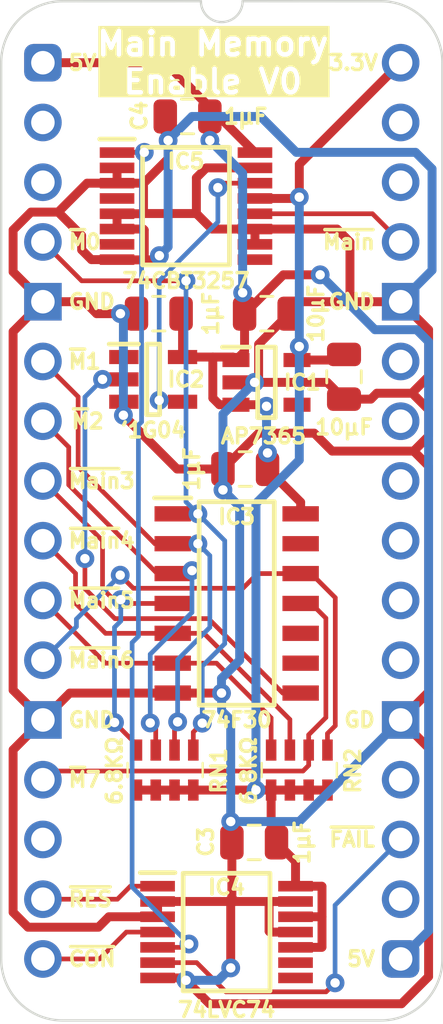
<source format=kicad_pcb>
(kicad_pcb (version 20240108) (generator "pcbnew") (generator_version "8.0")
  (title_block (title "Clock Hold Standard") (date "2024-02-16") (rev "V0"))
  (layers (0 "F.Cu" signal) (31 "B.Cu" signal) (34 "B.Paste" user) (35 "F.Paste" user) (36 "B.SilkS" user "B.Silkscreen") (37 "F.SilkS" user "F.Silkscreen") (38 "B.Mask" user) (39 "F.Mask" user) (44 "Edge.Cuts" user))
  (net 0 "")
  (net 2 "/~{Pre-Main Memory}")
  (net 9 "/Pre-Main Memory")
  (net 10 "~{Main}2")
  (net 11 "~{Main}1")
  (net 13 "~{Main}7")
  (net 14 "~{Main}0")
  (net 27 "~{Main}4")
  (net 28 "3.3V")
  (net 29 "GND")
  (net 30 "5V")
  (net 31 "~{Reset}")
  (net 32 "~{Contention}")
  (net 33 "~{Main}3")
  (net 34 "~{Main}6")
  (net 36 "~{Main}5")
  (net 37 "~{Set Contention}")
  (net 38 "/Contention")
  (net 39 "~{Main Memory}")
  (footprint "SamacSys_Parts:C_0805" (layer "F.Cu") (at 93.853 69.088 90)
    (property "Reference" "C1" (hide yes))
    (property "Value" "1μF" (at 0 2.204 90) (layer "F.SilkS") (effects (font (size 0.635 0.635))))
    (pad "1" smd roundrect (at 0 0.934 180) (size 1 1.45) (layers "F.Cu" "F.Paste" "F.Mask") (net 30 "5V"))
    (pad "2" smd roundrect (at 0 -0.966 180) (size 1 1.45) (layers "F.Cu" "F.Paste" "F.Mask") (net 29 "GND"))
  )
  (footprint "SamacSys_Parts:C_0805" (layer "F.Cu") (at 95.078 60.706 90)
    (property "Reference" "C4" (at 0.026999 -2.075 90) (layer "F.SilkS") (effects (font (size 0.635 0.635))))
    (property "Value" "1μF" (at 0 2.458 180) (layer "F.SilkS") (effects (font (size 0.635 0.635))))
    (pad "1" smd roundrect (at 0 0.934 180) (size 1 1.45) (layers "F.Cu" "F.Paste" "F.Mask") (net 30 "5V"))
    (pad "2" smd roundrect (at 0 -0.966 180) (size 1 1.45) (layers "F.Cu" "F.Paste" "F.Mask") (net 29 "GND"))
  )
  (footprint "SamacSys_Parts:CAY16-J4" (layer "F.Cu") (at 94.107 88.519 90)
    (property "Reference" "RN1" (at 0 2.286 90) (layer "F.SilkS") (effects (font (size 0.635 0.635))))
    (property "Value" "CAY16-682J4LF" (hide yes))
    (fp_text user "${Silkscreen}" (at 0 -2.159001 90) (layer "F.SilkS") (effects (font (size 0.635 0.635))))
    (pad "1" smd rect (at 0.879 1.2 180) (size 0.45 0.9) (layers "F.Cu" "F.Paste" "F.Mask") (net 14 "~{Main}0"))
    (pad "2" smd rect (at 0.879 0.4 180) (size 0.45 0.9) (layers "F.Cu" "F.Paste" "F.Mask") (net 11 "~{Main}1"))
    (pad "3" smd rect (at 0.879 -0.4 180) (size 0.45 0.9) (layers "F.Cu" "F.Paste" "F.Mask") (net 10 "~{Main}2"))
    (pad "4" smd rect (at 0.879 -1.2 180) (size 0.45 0.9) (layers "F.Cu" "F.Paste" "F.Mask") (net 33 "~{Main}3"))
    (pad "5" smd rect (at -0.821 -1.2 180) (size 0.45 0.9) (layers "F.Cu" "F.Paste" "F.Mask") (net 28 "3.3V"))
    (pad "6" smd rect (at -0.821 -0.4 180) (size 0.45 0.9) (layers "F.Cu" "F.Paste" "F.Mask") (net 28 "3.3V"))
    (pad "7" smd rect (at -0.821 0.4 180) (size 0.45 0.9) (layers "F.Cu" "F.Paste" "F.Mask") (net 28 "3.3V"))
    (pad "8" smd rect (at -0.821 1.2 180) (size 0.45 0.9) (layers "F.Cu" "F.Paste" "F.Mask") (net 28 "3.3V"))
  )
  (footprint "SamacSys_Parts:CAY16-J4" (layer "F.Cu") (at 99.822 88.519 90)
    (property "Reference" "RN2" (at 0 2.286 90) (layer "F.SilkS") (effects (font (size 0.635 0.635))))
    (property "Value" "CAY16-682J4LF" (hide yes))
    (fp_text user "${Silkscreen}" (at 0 -2.159001 90) (layer "F.SilkS") (effects (font (size 0.635 0.635))))
    (pad "1" smd rect (at 0.879 1.2 180) (size 0.45 0.9) (layers "F.Cu" "F.Paste" "F.Mask") (net 34 "~{Main}6"))
    (pad "2" smd rect (at 0.879 0.4 180) (size 0.45 0.9) (layers "F.Cu" "F.Paste" "F.Mask") (net 13 "~{Main}7"))
    (pad "3" smd rect (at 0.879 -0.4 180) (size 0.45 0.9) (layers "F.Cu" "F.Paste" "F.Mask") (net 27 "~{Main}4"))
    (pad "4" smd rect (at 0.879 -1.2 180) (size 0.45 0.9) (layers "F.Cu" "F.Paste" "F.Mask") (net 36 "~{Main}5"))
    (pad "5" smd rect (at -0.821 -1.2 180) (size 0.45 0.9) (layers "F.Cu" "F.Paste" "F.Mask") (net 28 "3.3V"))
    (pad "6" smd rect (at -0.821 -0.4 180) (size 0.45 0.9) (layers "F.Cu" "F.Paste" "F.Mask") (net 28 "3.3V"))
    (pad "7" smd rect (at -0.821 0.4 180) (size 0.45 0.9) (layers "F.Cu" "F.Paste" "F.Mask") (net 28 "3.3V"))
    (pad "8" smd rect (at -0.821 1.2 180) (size 0.45 0.9) (layers "F.Cu" "F.Paste" "F.Mask") (net 28 "3.3V"))
  )
  (footprint "SamacSys_Parts:SOT95P285X130-5N" (layer "F.Cu") (at 98.425 72.009)
    (property "Reference" "IC1" (at 1.524 0 0) (layer "F.SilkS") (effects (font (size 0.635 0.635))))
    (property "Value" "AP7365-33WG-7" (hide yes))
    (property "Silkscreen" "AP7365" (at -0.127 2.286 0) (layer "F.SilkS") (effects (font (size 0.635 0.635))))
    (pad "1" smd rect (at -1.3 -0.95 90) (size 0.6 1.15) (layers "F.Cu" "F.Paste" "F.Mask") (net 30 "5V"))
    (pad "2" smd rect (at -1.3 0 90) (size 0.6 1.15) (layers "F.Cu" "F.Paste" "F.Mask") (net 29 "GND"))
    (pad "3" smd rect (at -1.3 0.95 90) (size 0.6 1.15) (layers "F.Cu" "F.Paste" "F.Mask") (net 30 "5V"))
    (pad "4" smd rect (at 1.3 0.95 90) (size 0.6 1.15) (layers "F.Cu" "F.Paste" "F.Mask"))
    (pad "5" smd rect (at 1.3 -0.95 90) (size 0.6 1.15) (layers "F.Cu" "F.Paste" "F.Mask") (net 28 "3.3V"))
  )
  (footprint "SamacSys_Parts:C_0805" (layer "F.Cu") (at 98.425 69.088 -90)
    (property "Reference" "C10" (hide yes))
    (property "Value" "10µF" (at 0 -2.114 90) (layer "F.SilkS") (effects (font (size 0.635 0.635))))
    (pad "1" smd roundrect (at 0 0.934) (size 1 1.45) (layers "F.Cu" "F.Paste" "F.Mask") (net 30 "5V"))
    (pad "2" smd roundrect (at 0 -0.966) (size 1 1.45) (layers "F.Cu" "F.Paste" "F.Mask") (net 29 "GND"))
  )
  (footprint "SamacSys_Parts:SOIC127P600X175-14N" (layer "F.Cu") (at 97.155 81.407)
    (property "Reference" "IC3" (at 0 -3.683 0) (layer "F.SilkS") (effects (font (size 0.635 0.635))))
    (property "Value" "SN74F30DR" (hide yes))
    (fp_text user "${Silkscreen}" (at 0 4.953 0) (layer "F.SilkS") (effects (font (size 0.635 0.635))))
    (pad "1" smd rect (at -2.725 -3.81 90) (size 0.65 1.55) (layers "F.Cu" "F.Paste" "F.Mask") (net 14 "~{Main}0"))
    (pad "2" smd rect (at -2.725 -2.54 90) (size 0.65 1.55) (layers "F.Cu" "F.Paste" "F.Mask") (net 11 "~{Main}1"))
    (pad "3" smd rect (at -2.725 -1.27 90) (size 0.65 1.55) (layers "F.Cu" "F.Paste" "F.Mask") (net 10 "~{Main}2"))
    (pad "4" smd rect (at -2.725 0 90) (size 0.65 1.55) (layers "F.Cu" "F.Paste" "F.Mask") (net 33 "~{Main}3"))
    (pad "5" smd rect (at -2.725 1.27 90) (size 0.65 1.55) (layers "F.Cu" "F.Paste" "F.Mask") (net 27 "~{Main}4"))
    (pad "6" smd rect (at -2.725 2.54 90) (size 0.65 1.55) (layers "F.Cu" "F.Paste" "F.Mask") (net 36 "~{Main}5"))
    (pad "7" smd rect (at -2.725 3.81 90) (size 0.65 1.55) (layers "F.Cu" "F.Paste" "F.Mask") (net 29 "GND"))
    (pad "8" smd rect (at 2.725 3.81 90) (size 0.65 1.55) (layers "F.Cu" "F.Paste" "F.Mask") (net 9 "/Pre-Main Memory"))
    (pad "9" smd rect (at 2.725 2.54 90) (size 0.65 1.55) (layers "F.Cu" "F.Paste" "F.Mask"))
    (pad "10" smd rect (at 2.725 1.27 90) (size 0.65 1.55) (layers "F.Cu" "F.Paste" "F.Mask"))
    (pad "11" smd rect (at 2.725 0 90) (size 0.65 1.55) (layers "F.Cu" "F.Paste" "F.Mask") (net 13 "~{Main}7"))
    (pad "12" smd rect (at 2.725 -1.27 90) (size 0.65 1.55) (layers "F.Cu" "F.Paste" "F.Mask") (net 34 "~{Main}6"))
    (pad "13" smd rect (at 2.725 -2.54 90) (size 0.65 1.55) (layers "F.Cu" "F.Paste" "F.Mask"))
    (pad "14" smd rect (at 2.725 -3.81 90) (size 0.65 1.55) (layers "F.Cu" "F.Paste" "F.Mask") (net 30 "5V"))
  )
  (footprint "SamacSys_Parts:SOP65P640X110-14N" (layer "F.Cu") (at 96.724 95.377)
    (property "Reference" "IC4" (at 0 -1.905 0) (layer "F.SilkS") (effects (font (size 0.635 0.635))))
    (property "Value" "74LVC74APW,118" (hide yes))
    (fp_text user "${Silkscreen}" (at 0 3.302 0) (layer "F.SilkS") (effects (font (size 0.635 0.635))))
    (pad "1" smd rect (at -2.938 -1.95 90) (size 0.45 1.475) (layers "F.Cu" "F.Paste" "F.Mask") (net 31 "~{Reset}"))
    (pad "2" smd rect (at -2.938 -1.3 90) (size 0.45 1.475) (layers "F.Cu" "F.Paste" "F.Mask") (net 29 "GND"))
    (pad "3" smd rect (at -2.938 -0.65 90) (size 0.45 1.475) (layers "F.Cu" "F.Paste" "F.Mask") (net 29 "GND"))
    (pad "4" smd rect (at -2.938 0 90) (size 0.45 1.475) (layers "F.Cu" "F.Paste" "F.Mask") (net 37 "~{Set Contention}"))
    (pad "5" smd rect (at -2.938 0.65 90) (size 0.45 1.475) (layers "F.Cu" "F.Paste" "F.Mask") (net 38 "/Contention"))
    (pad "6" smd rect (at -2.938 1.3 90) (size 0.45 1.475) (layers "F.Cu" "F.Paste" "F.Mask") (net 32 "~{Contention}"))
    (pad "7" smd rect (at -2.938 1.95 90) (size 0.45 1.475) (layers "F.Cu" "F.Paste" "F.Mask") (net 29 "GND"))
    (pad "8" smd rect (at 2.938 1.95 90) (size 0.45 1.475) (layers "F.Cu" "F.Paste" "F.Mask"))
    (pad "9" smd rect (at 2.938 1.3 90) (size 0.45 1.475) (layers "F.Cu" "F.Paste" "F.Mask"))
    (pad "10" smd rect (at 2.938 0.65 90) (size 0.45 1.475) (layers "F.Cu" "F.Paste" "F.Mask") (net 28 "3.3V"))
    (pad "11" smd rect (at 2.938 0 90) (size 0.45 1.475) (layers "F.Cu" "F.Paste" "F.Mask") (net 29 "GND"))
    (pad "12" smd rect (at 2.938 -0.65 90) (size 0.45 1.475) (layers "F.Cu" "F.Paste" "F.Mask") (net 28 "3.3V"))
    (pad "13" smd rect (at 2.938 -1.3 90) (size 0.45 1.475) (layers "F.Cu" "F.Paste" "F.Mask") (net 29 "GND"))
    (pad "14" smd rect (at 2.938 -1.95 90) (size 0.45 1.475) (layers "F.Cu" "F.Paste" "F.Mask") (net 28 "3.3V"))
  )
  (footprint "SamacSys_Parts:SOP65P640X120-16N" (layer "F.Cu") (at 94.996 64.516)
    (property "Reference" "IC5" (at 0 -1.905 0) (layer "F.SilkS") (effects (font (size 0.635 0.635))))
    (property "Value" "SN74CBT3257CPWR" (hide yes))
    (property "Silkscreen" "74CBT3257" (at 0 3.175 0) (layer "F.SilkS") (effects (font (size 0.635 0.635))))
    (pad "1" smd rect (at -2.938 -2.275 90) (size 0.45 1.475) (layers "F.Cu" "F.Paste" "F.Mask") (net 38 "/Contention"))
    (pad "2" smd rect (at -2.938 -1.625 90) (size 0.45 1.475) (layers "F.Cu" "F.Paste" "F.Mask") (net 29 "GND"))
    (pad "3" smd rect (at -2.938 -0.975 90) (size 0.45 1.475) (layers "F.Cu" "F.Paste" "F.Mask") (net 29 "GND"))
    (pad "4" smd rect (at -2.938 -0.325 90) (size 0.45 1.475) (layers "F.Cu" "F.Paste" "F.Mask"))
    (pad "5" smd rect (at -2.938 0.325 90) (size 0.45 1.475) (layers "F.Cu" "F.Paste" "F.Mask") (net 29 "GND"))
    (pad "6" smd rect (at -2.938 0.975 90) (size 0.45 1.475) (layers "F.Cu" "F.Paste" "F.Mask") (net 29 "GND"))
    (pad "7" smd rect (at -2.938 1.625 90) (size 0.45 1.475) (layers "F.Cu" "F.Paste" "F.Mask"))
    (pad "8" smd rect (at -2.938 2.275 90) (size 0.45 1.475) (layers "F.Cu" "F.Paste" "F.Mask") (net 29 "GND"))
    (pad "9" smd rect (at 2.938 2.275 90) (size 0.45 1.475) (layers "F.Cu" "F.Paste" "F.Mask"))
    (pad "10" smd rect (at 2.938 1.625 90) (size 0.45 1.475) (layers "F.Cu" "F.Paste" "F.Mask") (net 29 "GND"))
    (pad "11" smd rect (at 2.938 0.975 90) (size 0.45 1.475) (layers "F.Cu" "F.Paste" "F.Mask") (net 29 "GND"))
    (pad "12" smd rect (at 2.938 0.325 90) (size 0.45 1.475) (layers "F.Cu" "F.Paste" "F.Mask") (net 39 "~{Main Memory}"))
    (pad "13" smd rect (at 2.938 -0.325 90) (size 0.45 1.475) (layers "F.Cu" "F.Paste" "F.Mask") (net 28 "3.3V"))
    (pad "14" smd rect (at 2.938 -0.975 90) (size 0.45 1.475) (layers "F.Cu" "F.Paste" "F.Mask") (net 2 "/~{Pre-Main Memory}"))
    (pad "15" smd rect (at 2.938 -1.625 90) (size 0.45 1.475) (layers "F.Cu" "F.Paste" "F.Mask") (net 29 "GND"))
    (pad "16" smd rect (at 2.938 -2.275 90) (size 0.45 1.475) (layers "F.Cu" "F.Paste" "F.Mask") (net 30 "5V"))
  )
  (footprint "SamacSys_Parts:C_0805" (layer "F.Cu") (at 97.917 91.567 90)
    (property "Reference" "C3" (at 0.026999 -2.075 90) (layer "F.SilkS") (effects (font (size 0.635 0.635))))
    (property "Value" "1μF" (at 0 2.032 90) (layer "F.SilkS") (effects (font (size 0.635 0.635))))
    (pad "1" smd roundrect (at 0 0.934 180) (size 1 1.45) (layers "F.Cu" "F.Paste" "F.Mask") (net 28 "3.3V"))
    (pad "2" smd roundrect (at 0 -0.966 180) (size 1 1.45) (layers "F.Cu" "F.Paste" "F.Mask") (net 29 "GND"))
  )
  (footprint "SamacSys_Parts:SOT95P275X110-5N" (layer "F.Cu") (at 93.599 71.882)
    (property "Reference" "IC2" (at 1.397 0 0) (layer "F.SilkS") (effects (font (size 0.635 0.635))))
    (property "Value" "74LVC1G04GV,125" (hide yes))
    (property "Silkscreen" "'1G04" (at 0 2.159 0) (layer "F.SilkS") (effects (font (size 0.635 0.635))))
    (pad "1" smd rect (at -1.25 -0.95 90) (size 0.6 1.25) (layers "F.Cu" "F.Paste" "F.Mask"))
    (pad "2" smd rect (at -1.25 0 90) (size 0.6 1.25) (layers "F.Cu" "F.Paste" "F.Mask") (net 9 "/Pre-Main Memory"))
    (pad "3" smd rect (at -1.25 0.95 90) (size 0.6 1.25) (layers "F.Cu" "F.Paste" "F.Mask") (net 29 "GND"))
    (pad "4" smd rect (at 1.25 0.95 90) (size 0.6 1.25) (layers "F.Cu" "F.Paste" "F.Mask") (net 2 "/~{Pre-Main Memory}"))
    (pad "5" smd rect (at 1.25 -0.95 90) (size 0.6 1.25) (layers "F.Cu" "F.Paste" "F.Mask") (net 30 "5V"))
  )
  (footprint "SamacSys_Parts:DIP-32_Board_W15.24mm" (layer "F.Cu") (at 88.9 58.42)
    (property "Reference" "J2" (hide yes))
    (property "Value" "Conn_02x16_Counter_Clockwise" (hide yes))
    (fp_line (start -1.778 38.1) (end -1.778 0) (stroke (width 0.1)) (layer "Edge.Cuts"))
    (fp_line (start 6.731 -2.6162) (end 0.835732 -2.613732) (stroke (width 0.1)) (layer "Edge.Cuts"))
    (fp_line (start 14.404267 -2.613733) (end 8.509 -2.6162) (stroke (width 0.1)) (layer "Edge.Cuts"))
    (fp_line (start 14.404268 40.713732) (end 0.835733 40.713733) (stroke (width 0.1)) (layer "Edge.Cuts"))
    (fp_line (start 17.018 38.1) (end 17.017999 -0.000001) (stroke (width 0.1)) (layer "Edge.Cuts"))
    (fp_arc (start -1.778 0) (mid -1.012456 -1.848188) (end 0.835732 -2.613732) (stroke (width 0.1)) (layer "Edge.Cuts"))
    (fp_arc (start 0.835733 40.713733) (mid -1.012457 39.94819) (end -1.778 38.1) (stroke (width 0.1)) (layer "Edge.Cuts"))
    (fp_arc (start 8.509 -2.6162) (mid 7.62 -1.7272) (end 6.731 -2.6162) (stroke (width 0.1)) (layer "Edge.Cuts"))
    (fp_arc (start 14.404267 -2.613733) (mid 16.252448 -1.848183) (end 17.017999 -0.000001) (stroke (width 0.1)) (layer "Edge.Cuts"))
    (fp_arc (start 17.018 38.1) (mid 16.252456 39.948187) (end 14.404268 40.713732) (stroke (width 0.1)) (layer "Edge.Cuts"))
    (pad "1" thru_hole roundrect (at 0 0) (size 1.6 1.6) (drill 1) (layers "*.Cu" "*.Mask") (net 30 "5V"))
    (pad "2" thru_hole oval (at 0 2.54) (size 1.6 1.6) (drill 1) (layers "*.Cu" "*.Mask"))
    (pad "3" thru_hole oval (at 0 5.08) (size 1.6 1.6) (drill 1) (layers "*.Cu" "*.Mask"))
    (pad "4" thru_hole oval (at 0 7.62) (size 1.6 1.6) (drill 1) (layers "*.Cu" "*.Mask") (net 14 "~{Main}0"))
    (pad "5" thru_hole rect (at 0 10.16) (size 1.6 1.6) (drill 1) (layers "*.Cu" "*.Mask") (net 29 "GND"))
    (pad "6" thru_hole oval (at 0 12.7) (size 1.6 1.6) (drill 1) (layers "*.Cu" "*.Mask") (net 11 "~{Main}1"))
    (pad "7" thru_hole oval (at 0 15.24) (size 1.6 1.6) (drill 1) (layers "*.Cu" "*.Mask") (net 10 "~{Main}2"))
    (pad "8" thru_hole oval (at 0 17.78) (size 1.6 1.6) (drill 1) (layers "*.Cu" "*.Mask") (net 33 "~{Main}3"))
    (pad "9" thru_hole oval (at 0 20.32) (size 1.6 1.6) (drill 1) (layers "*.Cu" "*.Mask") (net 27 "~{Main}4"))
    (pad "10" thru_hole oval (at 0 22.86) (size 1.6 1.6) (drill 1) (layers "*.Cu" "*.Mask") (net 36 "~{Main}5"))
    (pad "11" thru_hole oval (at 0 25.4) (size 1.6 1.6) (drill 1) (layers "*.Cu" "*.Mask") (net 34 "~{Main}6"))
    (pad "12" thru_hole rect (at 0 27.94) (size 1.6 1.6) (drill 1) (layers "*.Cu" "*.Mask") (net 29 "GND"))
    (pad "13" thru_hole oval (at 0 30.48) (size 1.6 1.6) (drill 1) (layers "*.Cu" "*.Mask") (net 13 "~{Main}7"))
    (pad "14" thru_hole oval (at 0 33.02) (size 1.6 1.6) (drill 1) (layers "*.Cu" "*.Mask"))
    (pad "15" thru_hole oval (at 0 35.56) (size 1.6 1.6) (drill 1) (layers "*.Cu" "*.Mask") (net 31 "~{Reset}"))
    (pad "16" thru_hole oval (at 0 38.1) (size 1.6 1.6) (drill 1) (layers "*.Cu" "*.Mask") (net 37 "~{Set Contention}"))
    (pad "17" thru_hole roundrect (at 15.24 38.1) (size 1.6 1.6) (drill 1) (layers "*.Cu" "*.Mask") (net 30 "5V"))
    (pad "18" thru_hole oval (at 15.24 35.56 180) (size 1.6 1.6) (drill 1) (layers "*.Cu" "*.Mask"))
    (pad "19" thru_hole oval (at 15.24 33.02 180) (size 1.6 1.6) (drill 1) (layers "*.Cu" "*.Mask") (net 32 "~{Contention}"))
    (pad "20" thru_hole oval (at 15.24 30.48 180) (size 1.6 1.6) (drill 1) (layers "*.Cu" "*.Mask"))
    (pad "21" thru_hole rect (at 15.24 27.94) (size 1.6 1.6) (drill 1) (layers "*.Cu" "*.Mask") (net 29 "GND"))
    (pad "22" thru_hole oval (at 15.24 25.4) (size 1.6 1.6) (drill 1) (layers "*.Cu" "*.Mask"))
    (pad "23" thru_hole oval (at 15.24 22.86) (size 1.6 1.6) (drill 1) (layers "*.Cu" "*.Mask"))
    (pad "24" thru_hole oval (at 15.24 20.32) (size 1.6 1.6) (drill 1) (layers "*.Cu" "*.Mask"))
    (pad "25" thru_hole oval (at 15.24 17.78) (size 1.6 1.6) (drill 1) (layers "*.Cu" "*.Mask"))
    (pad "26" thru_hole oval (at 15.24 15.24) (size 1.6 1.6) (drill 1) (layers "*.Cu" "*.Mask"))
    (pad "27" thru_hole oval (at 15.24 12.7) (size 1.6 1.6) (drill 1) (layers "*.Cu" "*.Mask"))
    (pad "28" thru_hole rect (at 15.24 10.16) (size 1.6 1.6) (drill 1) (layers "*.Cu" "*.Mask") (net 29 "GND"))
    (pad "29" thru_hole oval (at 15.24 7.62) (size 1.6 1.6) (drill 1) (layers "*.Cu" "*.Mask") (net 39 "~{Main Memory}"))
    (pad "30" thru_hole oval (at 15.24 5.08) (size 1.6 1.6) (drill 1) (layers "*.Cu" "*.Mask"))
    (pad "31" thru_hole oval (at 15.24 2.54) (size 1.6 1.6) (drill 1) (layers "*.Cu" "*.Mask"))
    (pad "32" thru_hole oval (at 15.24 0) (size 1.6 1.6) (drill 1) (layers "*.Cu" "*.Mask") (net 28 "3.3V"))
  )
  (footprint "SamacSys_Parts:C_0805" (layer "F.Cu") (at 97.536 75.692 90)
    (property "Reference" "C6" (hide yes))
    (property "Value" "1μF" (at 0 -2.286 90) (layer "F.SilkS") (effects (font (size 0.635 0.635))))
    (pad "1" smd roundrect (at 0 0.934 180) (size 1 1.45) (layers "F.Cu" "F.Paste" "F.Mask") (net 30 "5V"))
    (pad "2" smd roundrect (at 0 -0.966 180) (size 1 1.45) (layers "F.Cu" "F.Paste" "F.Mask") (net 29 "GND"))
  )
  (footprint "SamacSys_Parts:C_0805" (layer "F.Cu") (at 101.727 71.755 180)
    (property "Reference" "C11" (hide yes))
    (property "Value" "10µF" (at 0 -2.159 0) (layer "F.SilkS") (effects (font (size 0.635 0.635))))
    (pad "1" smd roundrect (at 0 0.934 270) (size 1 1.45) (layers "F.Cu" "F.Paste" "F.Mask") (net 28 "3.3V"))
    (pad "2" smd roundrect (at 0 -0.966 270) (size 1 1.45) (layers "F.Cu" "F.Paste" "F.Mask") (net 29 "GND"))
  )
  (gr_text "~{Main}3" (at 89.916 76.2 0) (layer "F.SilkS") (effects (font (size 0.635 0.635) (thickness 0.15) (bold yes)) (justify left)))
  (gr_text "~{Main}6" (at 89.916 83.82 0) (layer "F.SilkS") (effects (font (size 0.635 0.635) (thickness 0.15) (bold yes)) (justify left)))
  (gr_text "~{Main}4" (at 89.916 78.74 0) (layer "F.SilkS") (effects (font (size 0.635 0.635) (thickness 0.15) (bold yes)) (justify left)))
  (gr_text "~{Main}" (at 103.124 66.04 0) (layer "F.SilkS") (effects (font (size 0.635 0.635) (thickness 0.15) (bold yes)) (justify right)))
  (gr_text "~{RES}" (at 89.916 93.98 0) (layer "F.SilkS") (effects (font (size 0.635 0.635) (thickness 0.15) (bold yes)) (justify left)))
  (gr_text "~{M}7" (at 89.916 88.9 0) (layer "F.SilkS") (effects (font (size 0.635 0.635) (thickness 0.15) (bold yes)) (justify left)))
  (gr_text "5V" (at 89.916 58.42 0) (layer "F.SilkS") (effects (font (size 0.635 0.635) (thickness 0.15) (bold yes)) (justify left)))
  (gr_text "~{M}1" (at 89.916 71.12 0) (layer "F.SilkS") (effects (font (size 0.635 0.635) (thickness 0.15) (bold yes)) (justify left)))
  (gr_text "~{CON}" (at 89.916 96.52 0) (layer "F.SilkS") (effects (font (size 0.635 0.635) (thickness 0.15) (bold yes)) (justify left)))
  (gr_text "GND" (at 89.916 86.36 0) (layer "F.SilkS") (effects (font (size 0.635 0.635) (thickness 0.15) (bold yes)) (justify left)))
  (gr_text "GD" (at 103.124 86.36 0) (layer "F.SilkS") (effects (font (size 0.635 0.635) (thickness 0.15) (bold yes)) (justify right)))
  (gr_text "~{M}0" (at 89.916 66.04 0) (layer "F.SilkS") (effects (font (size 0.635 0.635) (thickness 0.15) (bold yes)) (justify left)))
  (gr_text "Main Memory\nEnable V0" (at 96.139 58.42 0) (layer "F.SilkS" knockout) (effects (font (size 1 1) (thickness 0.2) (bold yes))))
  (gr_text "GND" (at 103.124 68.58 0) (layer "F.SilkS") (effects (font (size 0.635 0.635) (thickness 0.15) (bold yes)) (justify right)))
  (gr_text "~{Main}5" (at 89.916 81.28 0) (layer "F.SilkS") (effects (font (size 0.635 0.635) (thickness 0.15) (bold yes)) (justify left)))
  (gr_text "~{M}2" (at 90.043 73.66 0) (layer "F.SilkS") (effects (font (size 0.635 0.635) (thickness 0.15) (bold yes)) (justify left)))
  (gr_text "GND" (at 89.916 68.58 0) (layer "F.SilkS") (effects (font (size 0.635 0.635) (thickness 0.15) (bold yes)) (justify left)))
  (gr_text "~{FAIL}" (at 103.124 91.44 0) (layer "F.SilkS") (effects (font (size 0.635 0.635) (thickness 0.15) (bold yes)) (justify right)))
  (gr_text "5V" (at 103.124 96.52 0) (layer "F.SilkS") (effects (font (size 0.635 0.635) (thickness 0.15) (bold yes)) (justify right)))
  (gr_text "3.3V" (at 103.251 58.42 0) (layer "F.SilkS") (effects (font (size 0.635 0.635) (thickness 0.15) (bold yes)) (justify right)))
  (segment (start 94.849 72.832) (end 93.914 72.832) (width 0.2) (layer "F.Cu") (net 2))
  (segment (start 97.934 63.541) (end 96.544207 63.541) (width 0.2) (layer "F.Cu") (net 2))
  (segment (start 93.914 72.832) (end 93.853 72.771) (width 0.2) (layer "F.Cu") (net 2))
  (segment (start 96.544207 63.541) (end 96.354207 63.731) (width 0.2) (layer "F.Cu") (net 2))
  (via (at 96.354207 63.731) (size 0.8) (drill 0.4) (layers "F.Cu" "B.Cu") (net 2))
  (via (at 93.853 72.771) (size 0.8) (drill 0.4) (layers "F.Cu" "B.Cu") (net 2))
  (segment (start 93.853 72.771) (end 93.853 67.691) (width 0.2) (layer "B.Cu") (net 2))
  (segment (start 93.853 67.691) (end 96.354207 65.189793) (width 0.2) (layer "B.Cu") (net 2))
  (segment (start 96.354207 65.189793) (end 96.354207 63.731) (width 0.2) (layer "B.Cu") (net 2))
  (segment (start 99.88 85.217) (end 99.118 85.217) (width 0.2) (layer "F.Cu") (net 9))
  (segment (start 92.349 71.882) (end 91.440006 71.882) (width 0.2) (layer "F.Cu") (net 9))
  (segment (start 99.118 85.217) (end 95.953 82.052) (width 0.2) (layer "F.Cu") (net 9))
  (segment (start 91.964734 82.052) (end 90.69 80.777266) (width 0.2) (layer "F.Cu") (net 9))
  (segment (start 90.69 80.777266) (end 90.69 79.502) (width 0.2) (layer "F.Cu") (net 9))
  (segment (start 91.440006 71.882) (end 91.440003 71.881997) (width 0.2) (layer "F.Cu") (net 9))
  (segment (start 95.953 82.052) (end 91.964734 82.052) (width 0.2) (layer "F.Cu") (net 9))
  (via (at 90.69 79.502) (size 0.8) (drill 0.4) (layers "F.Cu" "B.Cu") (net 9))
  (via (at 91.440003 71.881997) (size 0.8) (drill 0.4) (layers "F.Cu" "B.Cu") (net 9))
  (segment (start 90.69 79.502) (end 90.69 72.632) (width 0.2) (layer "B.Cu") (net 9))
  (segment (start 90.69 72.632) (end 91.440003 71.881997) (width 0.2) (layer "B.Cu") (net 9))
  (segment (start 88.9 73.66) (end 90 74.76) (width 0.2) (layer "F.Cu") (net 10))
  (segment (start 93.707 86.722002) (end 93.472 86.487002) (width 0.2) (layer "F.Cu") (net 10))
  (segment (start 90 74.76) (end 90 76.366339) (width 0.2) (layer "F.Cu") (net 10))
  (segment (start 90 76.366339) (end 93.770661 80.137) (width 0.2) (layer "F.Cu") (net 10))
  (segment (start 93.707 87.64) (end 93.707 86.722002) (width 0.2) (layer "F.Cu") (net 10))
  (via (at 95.249996 80.01) (size 0.8) (drill 0.4) (layers "F.Cu" "B.Cu") (net 10))
  (via (at 93.472 86.487002) (size 0.8) (drill 0.4) (layers "F.Cu" "B.Cu") (net 10))
  (segment (start 95.249996 80.01) (end 95.249996 81.788004) (width 0.2) (layer "B.Cu") (net 10))
  (segment (start 95.249996 81.788004) (end 93.472 83.566) (width 0.2) (layer "B.Cu") (net 10))
  (segment (start 93.472 83.566) (end 93.472 86.487002) (width 0.2) (layer "B.Cu") (net 10))
  (segment (start 95.377 78.867) (end 95.377001 78.866999) (width 0.2) (layer "F.Cu") (net 11))
  (segment (start 88.9 71.12) (end 90.4 72.62) (width 0.2) (layer "F.Cu") (net 11))
  (segment (start 95.377001 78.866999) (end 95.504001 78.866999) (width 0.2) (layer "F.Cu") (net 11))
  (segment (start 94.43 78.867) (end 95.377 78.867) (width 0.2) (layer "F.Cu") (net 11))
  (segment (start 93.668 78.867) (end 94.43 78.867) (width 0.2) (layer "F.Cu") (net 11))
  (segment (start 94.507 87.64) (end 94.507 86.573195) (width 0.2) (layer "F.Cu") (net 11))
  (segment (start 90.4 72.62) (end 90.4 75.599) (width 0.2) (layer "F.Cu") (net 11))
  (segment (start 94.507 86.573195) (end 94.638972 86.441223) (width 0.2) (layer "F.Cu") (net 11))
  (segment (start 90.4 75.599) (end 93.668 78.867) (width 0.2) (layer "F.Cu") (net 11))
  (via (at 94.638972 86.441223) (size 0.8) (drill 0.4) (layers "F.Cu" "B.Cu") (net 11))
  (via (at 95.504001 78.866999) (size 0.8) (drill 0.4) (layers "F.Cu" "B.Cu") (net 11))
  (segment (start 96.012 79.374998) (end 95.504001 78.866999) (width 0.2) (layer "B.Cu") (net 11))
  (segment (start 94.638972 83.796028) (end 96.012 82.423) (width 0.2) (layer "B.Cu") (net 11))
  (segment (start 94.638972 86.441223) (end 94.638972 83.796028) (width 0.2) (layer "B.Cu") (net 11))
  (segment (start 96.012 82.423) (end 96.012 79.374998) (width 0.2) (layer "B.Cu") (net 11))
  (segment (start 100.222 86.99) (end 100.222 87.64) (width 0.2) (layer "F.Cu") (net 13))
  (segment (start 100.33 81.407) (end 100.955 82.032) (width 0.2) (layer "F.Cu") (net 13))
  (segment (start 100.955 82.032) (end 100.955 86.257) (width 0.2) (layer "F.Cu") (net 13))
  (segment (start 89.269001 88.530999) (end 99.981001 88.530999) (width 0.2) (layer "F.Cu") (net 13))
  (segment (start 100.222 88.29) (end 100.222 87.64) (width 0.2) (layer "F.Cu") (net 13))
  (segment (start 100.955 86.257) (end 100.222 86.99) (width 0.2) (layer "F.Cu") (net 13))
  (segment (start 99.981001 88.530999) (end 100.222 88.29) (width 0.2) (layer "F.Cu") (net 13))
  (segment (start 95.307 87.64) (end 95.307 86.877218) (width 0.2) (layer "F.Cu") (net 14))
  (segment (start 90.551 67.691) (end 88.9 66.04) (width 0.2) (layer "F.Cu") (net 14))
  (segment (start 95.307 86.877218) (end 95.687507 86.496711) (width 0.2) (layer "F.Cu") (net 14))
  (segment (start 94.43 77.597) (end 95.504006 77.597) (width 0.2) (layer "F.Cu") (net 14))
  (segment (start 94.996 67.691) (end 90.551 67.691) (width 0.2) (layer "F.Cu") (net 14))
  (via (at 95.504006 77.597) (size 0.8) (drill 0.4) (layers "F.Cu" "B.Cu") (net 14))
  (via (at 94.996 67.691) (size 0.8) (drill 0.4) (layers "F.Cu" "B.Cu") (net 14))
  (via (at 95.687507 86.496711) (size 0.8) (drill 0.4) (layers "F.Cu" "B.Cu") (net 14))
  (segment (start 94.996 67.691) (end 94.996 77.088994) (width 0.2) (layer "B.Cu") (net 14))
  (segment (start 95.687507 86.496711) (end 95.687507 84.075179) (width 0.2) (layer "B.Cu") (net 14))
  (segment (start 95.687507 84.075179) (end 96.647 83.115686) (width 0.2) (layer "B.Cu") (net 14))
  (segment (start 94.996 77.088994) (end 95.504006 77.597) (width 0.2) (layer "B.Cu") (net 14))
  (segment (start 96.647 78.739994) (end 95.504006 77.597) (width 0.2) (layer "B.Cu") (net 14))
  (segment (start 96.647 83.115686) (end 96.647 78.739994) (width 0.2) (layer "B.Cu") (net 14))
  (segment (start 94.43 82.677) (end 95.758 82.677) (width 0.2) (layer "F.Cu") (net 27))
  (segment (start 95.758 82.677) (end 99.422 86.341) (width 0.2) (layer "F.Cu") (net 27))
  (segment (start 91.567 82.677) (end 94.43 82.677) (width 0.2) (layer "F.Cu") (net 27))
  (segment (start 88.9 78.74) (end 90.29 80.13) (width 0.2) (layer "F.Cu") (net 27))
  (segment (start 90.29 80.13) (end 90.29 81.4) (width 0.2) (layer "F.Cu") (net 27))
  (segment (start 90.29 81.4) (end 91.567 82.677) (width 0.2) (layer "F.Cu") (net 27))
  (segment (start 99.422 86.341) (end 99.422 87.64) (width 0.2) (layer "F.Cu") (net 27))
  (segment (start 92.907 89.34) (end 93.707 89.34) (width 0.38) (layer "F.Cu") (net 28))
  (segment (start 100.7895 93.437) (end 100.7895 94.717) (width 0.38) (layer "F.Cu") (net 28))
  (segment (start 99.822 64.135) (end 99.766 64.191) (width 0.38) (layer "F.Cu") (net 28))
  (segment (start 99.662 92.378) (end 98.851 91.567) (width 0.38) (layer "F.Cu") (net 28))
  (segment (start 100.7795 96.027) (end 100.7895 96.017) (width 0.38) (layer "F.Cu") (net 28))
  (segment (start 100.7895 94.717) (end 100.7795 94.727) (width 0.38) (layer "F.Cu") (net 28))
  (segment (start 99.662 93.427) (end 99.662 92.378) (width 0.38) (layer "F.Cu") (net 28))
  (segment (start 93.707 89.34) (end 94.507 89.34) (width 0.38) (layer "F.Cu") (net 28))
  (segment (start 95.307 89.34) (end 97.976 89.34) (width 0.38) (layer "F.Cu") (net 28))
  (segment (start 99.725 70.582) (end 99.822 70.485) (width 0.38) (layer "F.Cu") (net 28))
  (segment (start 100.7895 96.017) (end 100.7895 94.737) (width 0.38) (layer "F.Cu") (net 28))
  (segment (start 99.822 62.738) (end 104.14 58.42) (width 0.38) (layer "F.Cu") (net 28))
  (segment (start 97.976 89.34) (end 97.976004 89.340004) (width 0.38) (layer "F.Cu") (net 28))
  (segment (start 99.662 93.427) (end 100.7795 93.427) (width 0.38) (layer "F.Cu") (net 28))
  (segment (start 97.976008 89.34) (end 97.976004 89.340004) (width 0.38) (layer "F.Cu") (net 28))
  (segment (start 99.422 89.34) (end 100.222 89.34) (width 0.38) (layer "F.Cu") (net 28))
  (segment (start 99.766 64.191) (end 97.934 64.191) (width 0.38) (layer "F.Cu") (net 28))
  (segment (start 100.7895 94.737) (end 100.7795 94.727) (width 0.38) (layer "F.Cu") (net 28))
  (segment (start 100.7795 94.727) (end 99.662 94.727) (width 0.38) (layer "F.Cu") (net 28))
  (segment (start 98.622 89.34) (end 99.422 89.34) (width 0.38) (layer "F.Cu") (net 28))
  (segment (start 101.022 89.34) (end 100.222 89.34) (width 0.38) (layer "F.Cu") (net 28))
  (segment (start 98.622 89.34) (end 98.622 91.338) (width 0.38) (layer "F.Cu") (net 28))
  (segment (start 98.622 89.34) (end 97.976008 89.34) (width 0.38) (layer "F.Cu") (net 28))
  (segment (start 94.507 89.34) (end 95.307 89.34) (width 0.38) (layer "F.Cu") (net 28))
  (segment (start 99.725 71.059) (end 101.584 71.059) (width 0.38) (layer "F.Cu") (net 28))
  (segment (start 99.662 96.027) (end 100.7795 96.027) (width 0.38) (layer "F.Cu") (net 28))
  (segment (start 99.725 71.059) (end 99.725 70.582) (width 0.38) (layer "F.Cu") (net 28))
  (segment (start 99.822 64.135) (end 99.822 62.738) (width 0.38) (layer "F.Cu") (net 28))
  (segment (start 100.7795 93.427) (end 100.7895 93.437) (width 0.38) (layer "F.Cu") (net 28))
  (via (at 97.976004 89.340004) (size 0.8) (drill 0.4) (layers "F.Cu" "B.Cu") (net 28))
  (via (at 99.822 64.135) (size 0.8) (drill 0.4) (layers "F.Cu" "B.Cu") (net 28))
  (via (at 99.822 70.485) (size 0.8) (drill 0.4) (layers "F.Cu" "B.Cu") (net 28))
  (segment (start 99.822 70.485) (end 99.822 64.135) (width 0.38) (layer "B.Cu") (net 28))
  (segment (start 99.822 75.311) (end 97.976004 77.156996) (width 0.38) (layer "B.Cu") (net 28))
  (segment (start 99.822 70.485) (end 99.822 75.311) (width 0.38) (layer "B.Cu") (net 28))
  (segment (start 97.976004 77.156996) (end 97.976004 89.340004) (width 0.38) (layer "B.Cu") (net 28))
  (segment (start 96.57 75.692) (end 96.57 76.581) (width 0.38) (layer "F.Cu") (net 29))
  (segment (start 96.951 93.93) (end 96.804 94.077) (width 0.38) (layer "F.Cu") (net 29))
  (segment (start 105.33 75.565) (end 104.695 74.93) (width 0.38) (layer "F.Cu") (net 29))
  (segment (start 103.124 72.47) (end 104.615 72.47) (width 0.38) (layer "F.Cu") (net 29))
  (segment (start 95.438 64.831) (end 95.438 63.312) (width 0.38) (layer "F.Cu") (net 29))
  (segment (start 94.43 85.217) (end 96.508 85.217) (width 0.38) (layer "F.Cu") (net 29))
  (segment (start 93.786 97.327) (end 94.896 97.327) (width 0.38) (layer "F.Cu") (net 29))
  (segment (start 97.934 65.491) (end 101.432 65.491) (width 0.38) (layer "F.Cu") (net 29))
  (segment (start 89.5515 64.77) (end 90.551 65.7695) (width 0.38) (layer "F.Cu") (net 29))
  (segment (start 96.901 93.98) (end 96.901 96.901) (width 0.38) (layer "F.Cu") (net 29))
  (segment (start 99.391 69.088) (end 98.09 70.389) (width 0.38) (layer "F.Cu") (net 29))
  (segment (start 98.09 71.836) (end 97.917 72.009) (width 0.38) (layer "F.Cu") (net 29))
  (segment (start 91.266 95.17) (end 91.709 94.727) (width 0.38) (layer "F.Cu") (net 29))
  (segment (start 88.9 68.58) (end 87.63 67.31) (width 0.38) (layer "F.Cu") (net 29))
  (segment (start 94.43 85.217) (end 90.043 85.217) (width 0.38) (layer "F.Cu") (net 29))
  (segment (start 87.63 85.09) (end 88.9 86.36) (width 0.38) (layer "F.Cu") (net 29))
  (segment (start 87.63 67.31) (end 87.63 65.532) (width 0.38) (layer "F.Cu") (net 29))
  (segment (start 98.5345 94.087) (end 98.5345 95.342) (width 0.38) (layer "F.Cu") (net 29))
  (segment (start 94.234 61.722) (end 94.234 62.5025) (width 0.38) (layer "F.Cu") (net 29))
  (segment (start 92.058 64.841) (end 93.1755 64.841) (width 0.38) (layer "F.Cu") (net 29))
  (segment (start 98.5445 94.077) (end 98.5345 94.087) (width 0.38) (layer "F.Cu") (net 29))
  (segment (start 100.457 74.168) (end 101.219 74.93) (width 0.38) (layer "F.Cu") (net 29))
  (segment (start 101.981 68.58) (end 104.14 68.58) (width 0.38) (layer "F.Cu") (net 29))
  (segment (start 87.63 65.532) (end 88.392 64.77) (width 0.38) (layer "F.Cu") (net 29))
  (segment (start 94.615 75.692) (end 96.57 75.692) (width 0.38) (layer "F.Cu") (net 29))
  (segment (start 93.681338 66.802) (end 93.861382 66.621956) (width 0.38) (layer "F.Cu") (net 29))
  (segment (start 99.662 94.077) (end 97.098 94.077) (width 0.38) (layer "F.Cu") (net 29))
  (segment (start 88.392 64.77) (end 89.5515 64.77) (width 0.38) (layer "F.Cu") (net 29))
  (segment (start 104.615 72.47) (end 105.33 71.755) (width 0.38) (layer "F.Cu") (net 29))
  (segment (start 101.727 72.721) (end 102.873 72.721) (width 0.38) (layer "F.Cu") (net 29))
  (segment (start 88.9 68.58) (end 90.678 68.58) (width 0.38) (layer "F.Cu") (net 29))
  (segment (start 91.709 94.727) (end 93.786 94.727) (width 0.38) (layer "F.Cu") (net 29))
  (segment (start 88.265 95.17) (end 91.266 95.17) (width 0.38) (layer "F.Cu") (net 29))
  (segment (start 93.786 94.077) (end 93.786 94.727) (width 0.38) (layer "F.Cu") (net 29))
  (segment (start 105.33 85.17) (end 105.33 75.565) (width 0.38) (layer "F.Cu") (net 29))
  (segment (start 87.63 94.535) (end 88.265 95.17) (width 0.38) (layer "F.Cu") (net 29))
  (segment (start 98.09 70.389) (end 98.09 71.836) (width 0.38) (layer "F.Cu") (net 29))
  (segment (start 95.438 63.312) (end 95.859 62.891) (width 0.38) (layer "F.Cu") (net 29))
  (segment (start 96.951 91.567) (end 96.951 90.728) (width 0.38) (layer "F.Cu") (net 29))
  (segment (start 105.33 97.271181) (end 104.176181 98.425) (width 0.38) (layer "F.Cu") (net 29))
  (segment (start 92.349 73.386) (end 92.329 73.406) (width 0.38) (layer "F.Cu") (net 29))
  (segment (start 92.058 65.491) (end 92.058 64.841) (width 0.38) (layer "F.Cu") (net 29))
  (segment (start 90.7805 63.541) (end 89.5515 64.77) (width 0.38) (layer "F.Cu") (net 29))
  (segment (start 90.9655 66.791) (end 92.058 66.791) (width 0.38) (layer "F.Cu") (net 29))
  (segment (start 90.678 68.58) (end 91.186 69.088) (width 0.38) (layer "F.Cu") (net 29))
  (segment (start 87.63 87.63) (end 87.63 94.535) (width 0.38) (layer "F.Cu") (net 29))
  (segment (start 94.234 62.5025) (end 93.1855 63.551) (width 0.38) (layer "F.Cu") (net 29))
  (segment (start 88.9 86.36) (end 87.63 87.63) (width 0.38) (layer "F.Cu") (net 29))
  (segment (start 96.951 90.728) (end 96.901 90.678) (width 0.38) (layer "F.Cu") (net 29))
  (segment (start 95.994 98.425) (end 94.996 97.427) (width 0.38) (layer "F.Cu") (net 29))
  (segment (start 87.63 69.85) (end 87.63 85.09) (width 0.38) (layer "F.Cu") (net 29))
  (segment (start 90.043 85.217) (end 88.9 86.36) (width 0.38) (layer "F.Cu") (net 29))
  (segment (start 91.186 69.088) (end 92.201992 69.088) (width 0.38) (layer "F.Cu") (net 29))
  (segment (start 97.125 72.009) (end 97.917 72.009) (width 0.38) (layer "F.Cu") (net 29))
  (segment (start 102.873 72.721) (end 103.124 72.47) (width 0.38) (layer "F.Cu") (net 29))
  (segment (start 101.727 72.721) (end 101.015 72.009) (width 0.38) (layer "F.Cu") (net 29))
  (segment (start 93.1755 64.841) (end 93.1855 64.831) (width 0.38) (layer "F.Cu") (net 29))
  (segment (start 104.14 86.36) (end 105.33 87.55) (width 0.38) (layer "F.Cu") (net 29))
  (segment (start 92.058 65.491) (end 93.1755 65.491) (width 0.38) (layer "F.Cu") (net 29))
  (segment (start 96.098 65.491) (end 95.504 64.897) (width 0.38) (layer "F.Cu") (net 29))
  (segment (start 96.951 91.567) (end 96.951 93.93) (width 0.38) (layer "F.Cu") (net 29))
  (segment (start 93.218 66.802) (end 92.069 66.802) (width 0.38) (layer "F.Cu") (net 29))
  (segment (start 90.551 65.7695) (end 90.551 66.3765) (width 0.38) (layer "F.Cu") (net 29))
  (segment (start 104.632915 72.47) (end 104.615 72.47) (width 0.38) (layer "F.Cu") (net 29))
  (segment (start 101.015 72.009) (end 97.917 72.009) (width 0.38) (layer "F.Cu") (net 29))
  (segment (start 94.112 60.706) (end 94.112 61.6) (width 0.38) (layer "F.Cu") (net 29))
  (segment (start 93.1755 63.541) (end 92.058 63.541) (width 0.38) (layer "F.Cu") (net 29))
  (segment (start 93.218 65.5335) (end 93.218 66.802) (width 0.38) (layer "F.Cu") (net 29))
  (segment (start 90.551 66.3765) (end 90.9655 66.791) (width 0.38) (layer "F.Cu") (net 29))
  (segment (start 101.981 66.04) (end 101.981 68.58) (width 0.38) (layer "F.Cu") (net 29))
  (segment (start 99.899 68.58) (end 101.981 68.58) (width 0.38) (layer "F.Cu") (net 29))
  (segment (start 97.098 94.077) (end 96.951 93.93) (width 0.38) (layer "F.Cu") (net 29))
  (segment (start 96.57 75.692) (end 98.094 74.168) (width 0.38) (layer "F.Cu") (net 29))
  (segment (start 105.33 73.167085) (end 105.33 74.295) (width 0.38) (layer "F.Cu") (net 29))
  (segment (start 105.33 69.77) (end 105.33 71.755) (width 0.38) (layer "F.Cu") (net 29))
  (segment (start 94.112 61.6) (end 94.234 61.722) (width 0.38) (layer "F.Cu") (net 29))
  (segment (start 92.887 69.088) (end 92.202 69.088) (width 0.38) (layer "F.Cu") (net 29))
  (segment (start 97.934 65.491) (end 97.934 66.141) (width 0.38) (layer "F.Cu") (net 29))
  (segment (start 93.1855 64.831) (end 95.438 64.831) (width 0.38) (layer "F.Cu") (net 29))
  (segment (start 99.662 94.077) (end 98.5445 94.077) (width 0.38) (layer "F.Cu") (net 29))
  (segment (start 93.1855 63.551) (end 93.1755 63.541) (width 0.38) (layer "F.Cu") (net 29))
  (segment (start 93.1755 65.491) (end 93.218 65.5335) (width 0.38) (layer "F.Cu") (net 29))
  (segment (start 98.5695 95.377) (end 99.662 95.377) (width 0.38) (layer "F.Cu") (net 29))
  (segment (start 101.219 74.93) (end 104.695 74.93) (width 0.38) (layer "F.Cu") (net 29))
  (segment (start 104.176181 98.425) (end 95.994 98.425) (width 0.38) (layer "F.Cu") (net 29))
  (segment (start 105.33 73.167085) (end 104.632915 72.47) (width 0.38) (layer "F.Cu") (net 29))
  (segment (start 92.058 63.541) (end 90.7805 63.541) (width 0.38) (layer "F.Cu") (net 29))
  (segment (start 104.695 74.93) (end 105.33 74.295) (width 0.38) (layer "F.Cu") (net 29))
  (segment (start 105.33 85.17) (end 104.14 86.36) (width 0.38) (layer "F.Cu") (net 29))
  (segment (start 88.9 68.58) (end 87.63 69.85) (width 0.38) (layer "F.Cu") (net 29))
  (segment (start 93.218 66.802) (end 93.681338 66.802) (width 0.38) (layer "F.Cu") (net 29))
  (segment (start 92.329 73.406) (end 94.615 75.692) (width 0.38) (layer "F.Cu") (net 29))
  (segment (start 104.14 68.58) (end 105.33 69.77) (width 0.38) (layer "F.Cu") (net 29))
  (segment (start 92.058 63.541) (end 92.058 62.891) (width 0.38) (layer "F.Cu") (net 29))
  (segment (start 95.438 64.831) (end 95.504 64.897) (width 0.38) (layer "F.Cu") (net 29))
  (segment (start 95.859 62.891) (end 97.934 62.891) (width 0.38) (layer "F.Cu") (net 29))
  (segment (start 99.391 69.088) (end 99.899 68.58) (width 0.38) (layer "F.Cu") (net 29))
  (segment (start 92.349 72.832) (end 92.349 73.386) (width 0.38) (layer "F.Cu") (net 29))
  (segment (start 93.1855 64.831) (end 93.1855 63.551) (width 0.38) (layer "F.Cu") (net 29))
  (segment (start 94.896 97.327) (end 94.996 97.427) (width 0.38) (layer "F.Cu") (net 29))
  (segment (start 105.33 87.55) (end 105.33 97.271181) (width 0.38) (layer "F.Cu") (net 29))
  (segment (start 98.094 74.168) (end 100.457 74.168) (width 0.38) (layer "F.Cu") (net 29))
  (segment (start 96.951 93.93) (end 96.901 93.98) (width 0.38) (layer "F.Cu") (net 29))
  (segment (start 101.432 65.491) (end 101.981 66.04) (width 0.38) (layer "F.Cu") (net 29))
  (segment (start 98.5345 95.342) (end 98.5695 95.377) (width 0.38) (layer "F.Cu") (net 29))
  (segment (start 97.934 65.491) (end 96.098 65.491) (width 0.38) (layer "F.Cu") (net 29))
  (segment (start 92.202 69.088) (end 92.201992 69.088) (width 0.38) (layer "F.Cu") (net 29))
  (segment (start 96.804 94.077) (end 93.786 94.077) (width 0.38) (layer "F.Cu") (net 29))
  (via (at 94.234 61.722) (size 0.8) (drill 0.4) (layers "F.Cu" "B.Cu") (net 29))
  (via (at 96.901 90.678) (size 0.8) (drill 0.4) (layers "F.Cu" "B.Cu") (net 29))
  (via (at 92.201992 69.088) (size 0.8) (drill 0.4) (layers "F.Cu" "B.Cu") (net 29))
  (via (at 94.996 97.427) (size 0.8) (drill 0.4) (layers "F.Cu" "B.Cu") (net 29))
  (via (at 96.57 76.581) (size 0.8) (drill 0.4) (layers "F.Cu" "B.Cu") (net 29))
  (via (at 96.901 96.901) (size 0.8) (drill 0.4) (layers "F.Cu" "B.Cu") (net 29))
  (via (at 92.329 73.406) (size 0.8) (drill 0.4) (layers "F.Cu" "B.Cu") (net 29))
  (via (at 93.861382 66.621956) (size 0.8) (drill 0.4) (layers "F.Cu" "B.Cu") (net 29))
  (via (at 96.508 85.217) (size 0.8) (drill 0.4) (layers "F.Cu" "B.Cu") (net 29))
  (via (at 97.917 72.009) (size 0.8) (drill 0.4) (layers "F.Cu" "B.Cu") (net 29))
  (segment (start 96.508 85.217) (end 96.508 84.594) (width 0.38) (layer "B.Cu") (net 29))
  (segment (start 92.329 69.215008) (end 92.201992 69.088) (width 0.38) (layer "B.Cu") (net 29))
  (segment (start 96.901 90.678) (end 96.901 86.36) (width 0.38) (layer "B.Cu") (net 29))
  (segment (start 99.822 90.678) (end 104.14 86.36) (width 0.38) (layer "B.Cu") (net 29))
  (segment (start 97.282 83.82) (end 97.282 77.293) (width 0.38) (layer "B.Cu") (net 29))
  (segment (start 96.57 76.581) (end 96.57 73.356) (width 0.38) (layer "B.Cu") (net 29))
  (segment (start 96.57 73.356) (end 97.917 72.009) (width 0.38) (layer "B.Cu") (net 29))
  (segment (start 105.477999 62.932999) (end 104.775 62.23) (width 0.38) (layer "B.Cu") (net 29))
  (segment (start 104.14 68.58) (end 105.477999 67.242001) (width 0.38) (layer "B.Cu") (net 29))
  (segment (start 96.508 85.217) (end 96.514 85.223) (width 0.38) (layer "B.Cu") (net 29))
  (segment (start 97.282 77.293) (end 96.57 76.581) (width 0.38) (layer "B.Cu") (net 29))
  (segment (start 99.695 62.23) (end 98.171 60.706) (width 0.38) (layer "B.Cu") (net 29))
  (segment (start 96.901 96.901) (end 96.375 97.427) (width 0.38) (layer "B.Cu") (net 29))
  (segment (start 96.514 85.973) (end 96.901 86.36) (width 0.38) (layer "B.Cu") (net 29))
  (segment (start 96.514 85.223) (end 96.514 85.973) (width 0.38) (layer "B.Cu") (net 29))
  (segment (start 96.901 90.678) (end 99.822 90.678) (width 0.38) (layer "B.Cu") (net 29))
  (segment (start 96.375 97.427) (end 94.996 97.427) (width 0.38) (layer "B.Cu") (net 29))
  (segment (start 105.477999 67.242001) (end 105.477999 62.932999) (width 0.38) (layer "B.Cu") (net 29))
  (segment (start 92.329 73.406) (end 92.329 69.215008) (width 0.38) (layer "B.Cu") (net 29))
  (segment (start 98.171 60.706) (end 95.25 60.706) (width 0.38) (layer "B.Cu") (net 29))
  (segment (start 104.775 62.23) (end 99.695 62.23) (width 0.38) (layer "B.Cu") (net 29))
  (segment (start 94.234 61.722) (end 94.234 66.249338) (width 0.38) (layer "B.Cu") (net 29))
  (segment (start 94.234 66.249338) (end 93.861382 66.621956) (width 0.38) (layer "B.Cu") (net 29))
  (segment (start 96.508 84.594) (end 97.282 83.82) (width 0.38) (layer "B.Cu") (net 29))
  (segment (start 95.25 60.706) (end 94.234 61.722) (width 0.38) (layer "B.Cu") (net 29))
  (segment (start 97.491 69.088) (end 99.141998 67.437002) (width 0.38) (layer "F.Cu") (net 30))
  (segment (start 94.849 70.932) (end 94.849 69.15) (width 0.38) (layer "F.Cu") (net 30))
  (segment (start 94.849 70.932) (end 96.139 70.932) (width 0.38) (layer "F.Cu") (net 30))
  (segment (start 97.125 72.959) (end 96.42 72.959) (width 0.38) (layer "F.Cu") (net 30))
  (segment (start 94.113 58.42) (end 96.523 60.83) (width 0.38) (layer "F.Cu") (net 30))
  (segment (start 96.998 70.932) (end 97.125 71.059) (width 0.38) (layer "F.Cu") (net 30))
  (segment (start 98.47 75.692) (end 98.47 75.008) (width 0.38) (layer "F.Cu") (net 30))
  (segment (start 97.491 70.693) (end 97.125 71.059) (width 0.38) (layer "F.Cu") (net 30))
  (segment (start 96.139 72.678) (end 96.139 70.932) (width 0.38) (layer "F.Cu") (net 30))
  (segment (start 98.47 75.692) (end 99.88 77.102) (width 0.38) (layer "F.Cu") (net 30))
  (segment (start 96.523 60.83) (end 97.934 62.241) (width 0.38) (layer "F.Cu") (net 30))
  (segment (start 96.012 60.706) (end 96.012 61.722) (width 0.38) (layer "F.Cu") (net 30))
  (segment (start 99.141998 67.437002) (end 100.710996 67.437002) (width 0.38) (layer "F.Cu") (net 30))
  (segment (start 97.409 68.199) (end 97.409 69.006) (width 0.38) (layer "F.Cu") (net 30))
  (segment (start 96.012 60.706) (end 96.399 60.706) (width 0.38) (layer "F.Cu") (net 30))
  (segment (start 96.399 60.706) (end 96.523 60.83) (width 0.38) (layer "F.Cu") (net 30))
  (segment (start 97.125 72.959) (end 98.359 72.959) (width 0.38) (layer "F.Cu") (net 30))
  (segment (start 99.88 77.102) (end 99.88 77.597) (width 0.38) (layer "F.Cu") (net 30))
  (segment (start 96.139 70.932) (end 96.998 70.932) (width 0.38) (layer "F.Cu") (net 30))
  (segment (start 97.491 69.088) (end 97.491 70.693) (width 0.38) (layer "F.Cu") (net 30))
  (segment (start 96.42 72.959) (end 96.139 72.678) (width 0.38) (layer "F.Cu") (net 30))
  (segment (start 88.9 58.42) (end 94.113 58.42) (width 0.38) (layer "F.Cu") (net 30))
  (segment (start 98.359 72.959) (end 98.425 73.025) (width 0.38) (layer "F.Cu") (net 30))
  (via (at 98.47 75.008) (size 0.8) (drill 0.4) (layers "F.Cu" "B.Cu") (net 30))
  (via (at 96.012 61.722) (size 0.8) (drill 0.4) (layers "F.Cu" "B.Cu") (net 30))
  (via (at 100.710996 67.437002) (size 0.8) (drill 0.4) (layers "F.Cu" "B.Cu") (net 30))
  (via (at 97.409 68.199) (size 0.8) (drill 0.4) (layers "F.Cu" "B.Cu") (net 30))
  (via (at 98.425 73.025) (size 0.8) (drill 0.4) (layers "F.Cu" "B.Cu") (net 30))
  (segment (start 100.711 67.437002) (end 100.710996 67.437002) (width 0.38) (layer "B.Cu") (net 30))
  (segment (start 97.409 63.119) (end 97.409 68.199) (width 0.38) (layer "B.Cu") (net 30))
  (segment (start 96.012 61.722) (end 97.409 63.119) (width 0.38) (layer "B.Cu") (net 30))
  (segment (start 98.425 73.025) (end 98.425 74.963) (width 0.38) (layer "B.Cu") (net 30))
  (segment (start 98.425 74.963) (end 98.47 75.008) (width 0.38) (layer "B.Cu") (net 30))
  (segment (start 105.33 95.33) (end 105.33 70.278) (width 0.38) (layer "B.Cu") (net 30))
  (segment (start 104.14 96.52) (end 105.33 95.33) (width 0.38) (layer "B.Cu") (net 30))
  (segment (start 104.822 69.77) (end 103.043998 69.77) (width 0.38) (layer "B.Cu") (net 30))
  (segment (start 103.043998 69.77) (end 100.711 67.437002) (width 0.38) (layer "B.Cu") (net 30))
  (segment (start 105.33 70.278) (end 104.822 69.77) (width 0.38) (layer "B.Cu") (net 30))
  (segment (start 92.075 93.98) (end 88.9 93.98) (width 0.2) (layer "F.Cu") (net 31))
  (segment (start 93.786 93.427) (end 92.628 93.427) (width 0.2) (layer "F.Cu") (net 31))
  (segment (start 92.628 93.427) (end 92.075 93.98) (width 0.2) (layer "F.Cu") (net 31))
  (segment (start 96.691661 97.917) (end 100.965 97.917) (width 0.2) (layer "F.Cu") (net 32))
  (segment (start 95.451661 96.677) (end 96.691661 97.917) (width 0.2) (layer "F.Cu") (net 32))
  (segment (start 100.965 97.917) (end 101.346 97.536) (width 0.2) (layer "F.Cu") (net 32))
  (segment (start 93.786 96.677) (end 95.451661 96.677) (width 0.2) (layer "F.Cu") (net 32))
  (via (at 101.346 97.536) (size 0.8) (drill 0.4) (layers "F.Cu" "B.Cu") (net 32))
  (segment (start 104.14 91.44) (end 101.346 94.234) (width 0.2) (layer "B.Cu") (net 32))
  (segment (start 101.346 94.234) (end 101.346 97.536) (width 0.2) (layer "B.Cu") (net 32))
  (segment (start 92.380395 81.407) (end 92.21837 81.244975) (width 0.2) (layer "F.Cu") (net 33))
  (segment (start 88.9 76.2) (end 91.44 78.74) (width 0.2) (layer "F.Cu") (net 33))
  (segment (start 94.43 81.407) (end 92.380395 81.407) (width 0.2) (layer "F.Cu") (net 33))
  (segment (start 91.44 80.772) (end 91.912975 81.244975) (width 0.2) (layer "F.Cu") (net 33))
  (segment (start 92.907 87.42458) (end 91.949499 86.467079) (width 0.2) (layer "F.Cu") (net 33))
  (segment (start 91.912975 81.244975) (end 92.21837 81.244975) (width 0.2) (layer "F.Cu") (net 33))
  (segment (start 91.44 78.74) (end 91.44 80.772) (width 0.2) (layer "F.Cu") (net 33))
  (via (at 92.21837 81.244975) (size 0.8) (drill 0.4) (layers "F.Cu" "B.Cu") (net 33))
  (via (at 91.949499 86.467079) (size 0.8) (drill 0.4) (layers "F.Cu" "B.Cu") (net 33))
  (segment (start 91.949499 82.423) (end 91.949499 86.467079) (width 0.2) (layer "B.Cu") (net 33))
  (segment (start 92.21837 82.154129) (end 91.949499 82.423) (width 0.2) (layer "B.Cu") (net 33))
  (segment (start 92.21837 81.244975) (end 92.21837 82.154129) (width 0.2) (layer "B.Cu") (net 33))
  (segment (start 99.88 80.137) (end 98.044 80.137) (width 0.2) (layer "F.Cu") (net 34))
  (segment (start 101.355 81.162) (end 100.33 80.137) (width 0.2) (layer "F.Cu") (net 34))
  (segment (start 98.044 80.137) (end 97.419 80.762) (width 0.2) (layer "F.Cu") (net 34))
  (segment (start 101.022 86.938) (end 101.355 86.605) (width 0.2) (layer "F.Cu") (net 34))
  (segment (start 92.750526 80.762) (end 92.193731 80.205205) (width 0.2) (layer "F.Cu") (net 34))
  (segment (start 101.355 86.605) (end 101.355 81.162) (width 0.2) (layer "F.Cu") (net 34))
  (segment (start 101.022 87.64) (end 101.022 86.938) (width 0.2) (layer "F.Cu") (net 34))
  (segment (start 97.419 80.762) (end 92.750526 80.762) (width 0.2) (layer "F.Cu") (net 34))
  (via (at 92.193731 80.205205) (size 0.8) (drill 0.4) (layers "F.Cu" "B.Cu") (net 34))
  (segment (start 88.9 83.82) (end 90.326968 82.393032) (width 0.2) (layer "B.Cu") (net 34))
  (segment (start 90.326968 82.393032) (end 90.326968 82.071968) (width 0.2) (layer "B.Cu") (net 34))
  (segment (start 90.326968 82.071968) (end 92.193731 80.205205) (width 0.2) (layer "B.Cu") (net 34))
  (segment (start 94.43 83.947) (end 91.567 83.947) (width 0.2) (layer "F.Cu") (net 36))
  (segment (start 96.298661 83.947) (end 98.622 86.270339) (width 0.2) (layer "F.Cu") (net 36))
  (segment (start 98.622 86.270339) (end 98.622 87.64) (width 0.2) (layer "F.Cu") (net 36))
  (segment (start 94.43 83.947) (end 96.298661 83.947) (width 0.2) (layer "F.Cu") (net 36))
  (segment (start 91.567 83.947) (end 88.9 81.28) (width 0.2) (layer "F.Cu") (net 36))
  (segment (start 92.456 95.377) (end 91.313 96.52) (width 0.2) (layer "F.Cu") (net 37))
  (segment (start 93.786 95.377) (end 92.456 95.377) (width 0.2) (layer "F.Cu") (net 37))
  (segment (start 91.313 96.52) (end 88.9 96.52) (width 0.2) (layer "F.Cu") (net 37))
  (segment (start 93.786 96.027) (end 94.981 96.027) (width 0.2) (layer "F.Cu") (net 38))
  (segment (start 94.981 96.027) (end 95.123 95.885) (width 0.2) (layer "F.Cu") (net 38))
  (segment (start 93.218 62.23) (end 92.069 62.23) (width 0.2) (layer "F.Cu") (net 38))
  (via (at 95.123 95.885) (size 0.8) (drill 0.4) (layers "F.Cu" "B.Cu") (net 38))
  (via (at 93.218 62.23) (size 0.8) (drill 0.4) (layers "F.Cu" "B.Cu") (net 38))
  (segment (start 92.699499 93.461499) (end 92.699499 83.072871) (width 0.2) (layer "B.Cu") (net 38))
  (segment (start 92.699499 83.072871) (end 92.96837 82.804) (width 0.2) (layer "B.Cu") (net 38))
  (segment (start 95.123 95.885) (end 92.699499 93.461499) (width 0.2) (layer "B.Cu") (net 38))
  (segment (start 93.103 73.692661) (end 93.103 62.345) (width 0.2) (layer "B.Cu") (net 38))
  (segment (start 92.96837 73.827291) (end 93.103 73.692661) (width 0.2) (layer "B.Cu") (net 38))
  (segment (start 92.96837 82.804) (end 92.96837 73.827291) (width 0.2) (layer "B.Cu") (net 38))
  (segment (start 93.103 62.345) (end 93.218 62.23) (width 0.2) (layer "B.Cu") (net 38))
  (segment (start 97.934 64.841) (end 102.941 64.841) (width 0.2) (layer "F.Cu") (net 39))
  (segment (start 102.941 64.841) (end 104.14 66.04) (width 0.2) (layer "F.Cu") (net 39))
)
</source>
